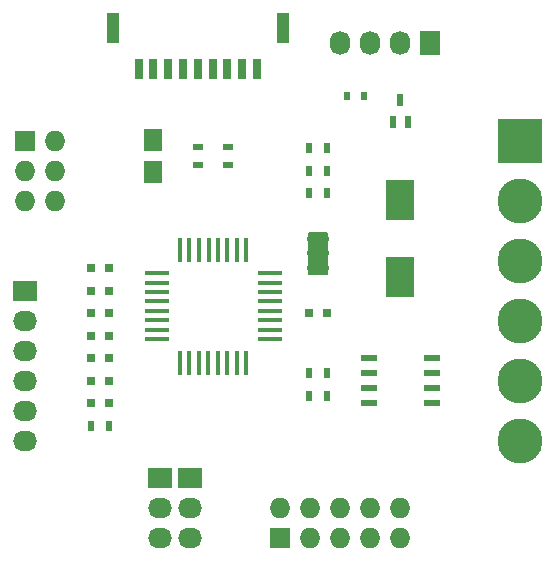
<source format=gbr>
G04 #@! TF.FileFunction,Soldermask,Top*
%FSLAX46Y46*%
G04 Gerber Fmt 4.6, Leading zero omitted, Abs format (unit mm)*
G04 Created by KiCad (PCBNEW (2014-11-27 BZR 5304)-product) date 12/4/2014 11:40:45 PM*
%MOMM*%
G01*
G04 APERTURE LIST*
%ADD10C,0.100000*%
%ADD11C,0.150000*%
%ADD12R,0.800000X0.750000*%
%ADD13R,2.400300X3.500120*%
%ADD14R,1.501140X1.950720*%
%ADD15R,2.032000X1.727200*%
%ADD16O,2.032000X1.727200*%
%ADD17R,1.727200X1.727200*%
%ADD18O,1.727200X1.727200*%
%ADD19R,1.727200X2.032000*%
%ADD20O,1.727200X2.032000*%
%ADD21R,1.399540X0.599440*%
%ADD22R,0.500000X0.900000*%
%ADD23R,0.900000X0.500000*%
%ADD24C,3.810000*%
%ADD25R,3.810000X3.810000*%
%ADD26R,0.600000X0.700000*%
%ADD27O,1.905000X0.450000*%
%ADD28R,1.998980X0.449580*%
%ADD29R,0.449580X1.998980*%
%ADD30R,0.700000X1.700000*%
%ADD31R,1.000000X2.600000*%
%ADD32R,0.599440X1.000760*%
G04 APERTURE END LIST*
D10*
D11*
G36*
X53205384Y-148109944D02*
X53205384Y-151604981D01*
X54739541Y-151604981D01*
X54739541Y-148109944D01*
X53205384Y-148109944D01*
G37*
X53205384Y-148109944D02*
X53205384Y-151604981D01*
X54739541Y-151604981D01*
X54739541Y-148109944D01*
X53205384Y-148109944D01*
D12*
X34810000Y-162560000D03*
X36310000Y-162560000D03*
X34810000Y-154940000D03*
X36310000Y-154940000D03*
X34810000Y-160655000D03*
X36310000Y-160655000D03*
X34810000Y-158750000D03*
X36310000Y-158750000D03*
D13*
X60960000Y-145338800D03*
X60960000Y-151841200D03*
D12*
X34810000Y-151130000D03*
X36310000Y-151130000D03*
X34810000Y-156845000D03*
X36310000Y-156845000D03*
X34810000Y-153035000D03*
X36310000Y-153035000D03*
D14*
X40005000Y-142963900D03*
X40005000Y-140246100D03*
D12*
X53225000Y-154940000D03*
X54725000Y-154940000D03*
D15*
X29210000Y-153035000D03*
D16*
X29210000Y-155575000D03*
X29210000Y-158115000D03*
X29210000Y-160655000D03*
X29210000Y-163195000D03*
X29210000Y-165735000D03*
D17*
X29210000Y-140335000D03*
D18*
X31750000Y-140335000D03*
X29210000Y-142875000D03*
X31750000Y-142875000D03*
X29210000Y-145415000D03*
X31750000Y-145415000D03*
D15*
X40640000Y-168910000D03*
D16*
X40640000Y-171450000D03*
X40640000Y-173990000D03*
D15*
X43180000Y-168910000D03*
D16*
X43180000Y-171450000D03*
X43180000Y-173990000D03*
D19*
X63500000Y-132080000D03*
D20*
X60960000Y-132080000D03*
X58420000Y-132080000D03*
X55880000Y-132080000D03*
D21*
X63627000Y-158750000D03*
X58293000Y-158750000D03*
X63627000Y-160020000D03*
X63627000Y-161290000D03*
X63627000Y-162560000D03*
X58293000Y-160020000D03*
X58293000Y-161290000D03*
X58293000Y-162560000D03*
D22*
X36310000Y-164465000D03*
X34810000Y-164465000D03*
D23*
X46355000Y-142355000D03*
X46355000Y-140855000D03*
X43815000Y-142355000D03*
X43815000Y-140855000D03*
D22*
X53225000Y-144780000D03*
X54725000Y-144780000D03*
X54725000Y-142875000D03*
X53225000Y-142875000D03*
X53225000Y-160020000D03*
X54725000Y-160020000D03*
X54725000Y-140970000D03*
X53225000Y-140970000D03*
X53225000Y-161925000D03*
X54725000Y-161925000D03*
D24*
X71120000Y-145415000D03*
X71120000Y-150495000D03*
D25*
X71120000Y-140335000D03*
D24*
X71120000Y-155575000D03*
X71120000Y-160655000D03*
X71120000Y-165735000D03*
D17*
X50800000Y-173990000D03*
D18*
X50800000Y-171450000D03*
X53340000Y-173990000D03*
X53340000Y-171450000D03*
X55880000Y-173990000D03*
X55880000Y-171450000D03*
X58420000Y-173990000D03*
X58420000Y-171450000D03*
X60960000Y-173990000D03*
X60960000Y-171450000D03*
D26*
X56450000Y-136525000D03*
X57850000Y-136525000D03*
D27*
X53975000Y-148660000D03*
X53975000Y-149860000D03*
X53975000Y-151060000D03*
D28*
X49900840Y-151528780D03*
X49900840Y-152328880D03*
X49900840Y-153128980D03*
X49900840Y-153929080D03*
X49900840Y-154729180D03*
X49900840Y-155529280D03*
X49900840Y-156329380D03*
X49900840Y-157129480D03*
X40335200Y-157124400D03*
X40335200Y-151511000D03*
X40335200Y-152323800D03*
X40335200Y-153136600D03*
X40335200Y-153924000D03*
X40335200Y-154736800D03*
X40335200Y-155524200D03*
X40335200Y-156337000D03*
D29*
X47909480Y-159131000D03*
X47111920Y-159131000D03*
X46309280Y-159131000D03*
X45511720Y-159131000D03*
X44709080Y-159131000D03*
X43911520Y-159131000D03*
X43108880Y-159131000D03*
X42311320Y-159131000D03*
X47904400Y-149529800D03*
X47117000Y-149529800D03*
X46304200Y-149529800D03*
X45516800Y-149529800D03*
X44729400Y-149529800D03*
X43916600Y-149529800D03*
X43103800Y-149529800D03*
X42291000Y-149529800D03*
D30*
X48815000Y-134210000D03*
D31*
X51015000Y-130810000D03*
D30*
X47565000Y-134210000D03*
X46315000Y-134210000D03*
X45065000Y-134210000D03*
X43815000Y-134210000D03*
X42565000Y-134210000D03*
X41315000Y-134210000D03*
X40065000Y-134210000D03*
X38815000Y-134210000D03*
D31*
X36615000Y-130810000D03*
D32*
X61610240Y-138744960D03*
X60309760Y-138744960D03*
X60960000Y-136845040D03*
M02*

</source>
